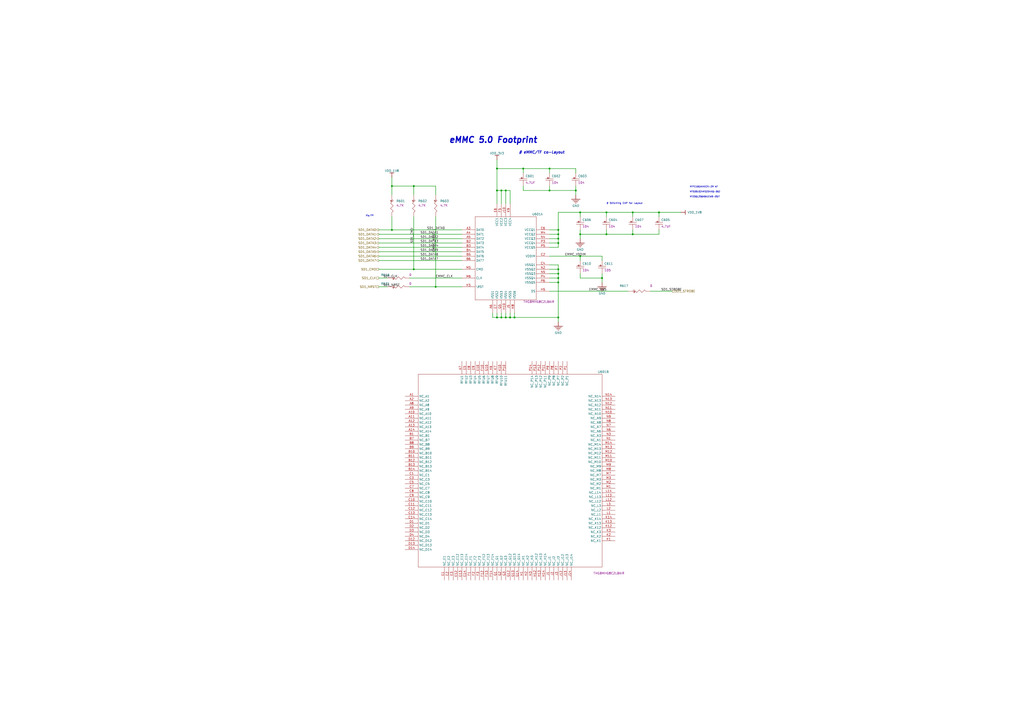
<source format=kicad_sch>
(kicad_sch (version 20231120) (generator "eeschema") (generator_version "8.0")
  (paper "A2")
  (title_block (title "Librem 5 Mainboard") (date "2024-03-21") (rev "v1.0.6") (company "Purism SPC") (comment 1 "GNU GPLv3+") (comment 2 "Copyright"))
  (lib_symbols
    (symbol "C-09_EMMC:GND" (power)
      (property "Reference" "#PWR" (at 0 0 0))
      (property "Value" "GND" (at 0 6.35 0))
      (symbol "GND_0_0"
        (polyline (pts (xy -2.54 -2.54) (xy 2.54 -2.54)) (stroke (width 0.254)))
        (polyline (pts (xy -1.778 -3.302) (xy 1.778 -3.302)) (stroke (width 0.254)))
        (polyline (pts (xy -1.016 -4.064) (xy 1.016 -4.064)) (stroke (width 0.254)))
        (polyline (pts (xy -0.254 -4.826) (xy 0.254 -4.826)) (stroke (width 0.254)))
        (polyline (pts (xy 0 0) (xy 0 -2.54)) (stroke (width 0.254)))
        (pin power_in line (at 0 0 0) (length 0) hide (name "GND") (number ""))
      )
    )
    (symbol "C-09_EMMC:VDD_1V8" (power)
      (property "Reference" "#PWR" (at 0 0 0))
      (property "Value" "VDD_1V8" (at 0 3.81 0))
      (symbol "VDD_1V8_0_0"
        (polyline (pts (xy -1.27 -2.54) (xy 1.27 -2.54)) (stroke (width 0.254)))
        (polyline (pts (xy 0 0) (xy 0 -2.54)) (stroke (width 0.254)))
        (pin power_in line (at 0 0 0) (length 0) hide (name "VDD_1V8") (number ""))
      )
    )
    (symbol "C-09_EMMC:VDD_3V3" (power)
      (property "Reference" "#PWR" (at 0 0 0))
      (property "Value" "VDD_3V3" (at 0 3.81 0))
      (symbol "VDD_3V3_0_0"
        (polyline (pts (xy -1.27 -2.54) (xy 1.27 -2.54)) (stroke (width 0.254)))
        (polyline (pts (xy 0 0) (xy 0 -2.54)) (stroke (width 0.254)))
        (pin power_in line (at 0 0 0) (length 0) hide (name "VDD_3V3") (number ""))
      )
    )
    (symbol "C-09_EMMC:root_0_C0201"
      (symbol "root_0_C0201_1_0"
        (polyline (pts (xy 0.254 0.762) (xy 4.826 0.762)))
        (polyline (pts (xy 0.254 1.778) (xy 4.826 1.778)))
        (polyline (pts (xy 2.54 0) (xy 2.54 0.762)))
        (polyline (pts (xy 2.54 2.54) (xy 2.54 1.778)))
        (circle (center 1.626 2.134) (radius 0.356) (stroke (width 0.254)))
        (pin passive line (at 2.54 5.08 270) (length 2.54) (name "1") (number "1"))
        (pin passive line (at 2.54 -2.54 90) (length 2.54) (name "2") (number "2"))
      )
    )
    (symbol "C-09_EMMC:root_0_C0402"
      (symbol "root_0_C0402_1_0"
        (polyline (pts (xy 0.254 0.762) (xy 4.826 0.762)))
        (polyline (pts (xy 0.254 1.778) (xy 4.826 1.778)))
        (polyline (pts (xy 2.54 0) (xy 2.54 0.762)))
        (polyline (pts (xy 2.54 2.54) (xy 2.54 1.778)))
        (circle (center 1.626 2.134) (radius 0.356) (stroke (width 0.254)))
        (pin passive line (at 2.54 5.08 270) (length 2.54) (name "1") (number "1"))
        (pin passive line (at 2.54 -2.54 90) (length 2.54) (name "2") (number "2"))
      )
    )
    (symbol "C-09_EMMC:root_0_MTFC8GACAEAM_VFBGA_0"
      (symbol "root_0_MTFC8GACAEAM_VFBGA_0_1_0"
        (polyline (pts (xy 0 0) (xy 0 48.26)))
        (polyline (pts (xy 0 48.26) (xy 35.56 48.26)))
        (polyline (pts (xy 35.56 0) (xy 0 0)))
        (polyline (pts (xy 35.56 48.26) (xy 35.56 0)))
        (pin bidirectional line (at -7.62 40.64 0) (length 7.62) (name "DAT0") (number "A3"))
        (pin bidirectional line (at -7.62 38.1 0) (length 7.62) (name "DAT1") (number "A4"))
        (pin bidirectional line (at -7.62 35.56 0) (length 7.62) (name "DAT2") (number "A5"))
        (pin power_in line (at 10.16 -7.62 90) (length 7.62) (name "VSS1") (number "A6"))
        (pin bidirectional line (at -7.62 33.02 0) (length 7.62) (name "DAT3") (number "B2"))
        (pin bidirectional line (at -7.62 30.48 0) (length 7.62) (name "DAT4") (number "B3"))
        (pin bidirectional line (at -7.62 27.94 0) (length 7.62) (name "DAT5") (number "B4"))
        (pin bidirectional line (at -7.62 25.4 0) (length 7.62) (name "DAT6") (number "B5"))
        (pin bidirectional line (at -7.62 22.86 0) (length 7.62) (name "DAT7") (number "B6"))
        (pin power_in line (at 43.18 25.4 180) (length 7.62) (name "VDDIM") (number "C2"))
        (pin power_in line (at 43.18 20.32 180) (length 7.62) (name "VSSQ1") (number "C4"))
        (pin power_in line (at 43.18 40.64 180) (length 7.62) (name "VCCQ1") (number "C6"))
        (pin power_in line (at 12.7 55.88 270) (length 7.62) (name "VCC1") (number "E6"))
        (pin power_in line (at 12.7 -7.62 90) (length 7.62) (name "VSS2") (number "E7"))
        (pin power_in line (at 15.24 55.88 270) (length 7.62) (name "VCC2") (number "F5"))
        (pin power_in line (at 15.24 -7.62 90) (length 7.62) (name "VSS3") (number "G5"))
        (pin power_in line (at 17.78 -7.62 90) (length 7.62) (name "VSS4") (number "H10"))
        (pin passive line (at 43.18 5.08 180) (length 7.62) (name "DS") (number "H5"))
        (pin power_in line (at 17.78 55.88 270) (length 7.62) (name "VCC3") (number "J10"))
        (pin power_in line (at 20.32 -7.62 90) (length 7.62) (name "VSS5") (number "J5"))
        (pin passive line (at -7.62 7.62 0) (length 7.62) (name "\\RST") (number "K5"))
        (pin power_in line (at 22.86 -7.62 90) (length 7.62) (name "VSS6") (number "K8"))
        (pin power_in line (at 20.32 55.88 270) (length 7.62) (name "VCC4") (number "K9"))
        (pin power_in line (at 43.18 38.1 180) (length 7.62) (name "VCCQ2") (number "M4"))
        (pin bidirectional line (at -7.62 17.78 0) (length 7.62) (name "CMD") (number "M5"))
        (pin passive line (at -7.62 12.7 0) (length 7.62) (name "CLK") (number "M6"))
        (pin power_in line (at 43.18 17.78 180) (length 7.62) (name "VSSQ2") (number "N2"))
        (pin power_in line (at 43.18 35.56 180) (length 7.62) (name "VCCQ3") (number "N4"))
        (pin power_in line (at 43.18 15.24 180) (length 7.62) (name "VSSQ3") (number "N5"))
        (pin power_in line (at 43.18 33.02 180) (length 7.62) (name "VCCQ4") (number "P3"))
        (pin power_in line (at 43.18 12.7 180) (length 7.62) (name "VSSQ4") (number "P4"))
        (pin power_in line (at 43.18 30.48 180) (length 7.62) (name "VCCQ5") (number "P5"))
        (pin power_in line (at 43.18 10.16 180) (length 7.62) (name "VSSQ5") (number "P6"))
      )
      (symbol "root_0_MTFC8GACAEAM_VFBGA_0_2_0"
        (polyline (pts (xy 0 0) (xy 0 111.76)))
        (polyline (pts (xy 0 111.76) (xy 106.68 111.76)))
        (polyline (pts (xy 106.68 0) (xy 0 0)))
        (polyline (pts (xy 106.68 111.76) (xy 106.68 0)))
        (pin passive line (at -7.62 99.06 0) (length 7.62) (name "NC_A1") (number "A1"))
        (pin passive line (at -7.62 88.9 0) (length 7.62) (name "NC_A10") (number "A10"))
        (pin passive line (at -7.62 86.36 0) (length 7.62) (name "NC_A11") (number "A11"))
        (pin passive line (at -7.62 83.82 0) (length 7.62) (name "NC_A12") (number "A12"))
        (pin passive line (at -7.62 81.28 0) (length 7.62) (name "NC_A13") (number "A13"))
        (pin passive line (at -7.62 78.74 0) (length 7.62) (name "NC_A14") (number "A14"))
        (pin passive line (at -7.62 96.52 0) (length 7.62) (name "NC_A2") (number "A2"))
        (pin passive line (at 25.4 119.38 270) (length 7.62) (name "RFU1") (number "A7"))
        (pin passive line (at -7.62 93.98 0) (length 7.62) (name "NC_A8") (number "A8"))
        (pin passive line (at -7.62 91.44 0) (length 7.62) (name "NC_A9") (number "A9"))
        (pin passive line (at -7.62 76.2 0) (length 7.62) (name "NC_B1") (number "B1"))
        (pin passive line (at -7.62 66.04 0) (length 7.62) (name "NC_B10") (number "B10"))
        (pin passive line (at -7.62 63.5 0) (length 7.62) (name "NC_B11") (number "B11"))
        (pin passive line (at -7.62 60.96 0) (length 7.62) (name "NC_B12") (number "B12"))
        (pin passive line (at -7.62 58.42 0) (length 7.62) (name "NC_B13") (number "B13"))
        (pin passive line (at -7.62 55.88 0) (length 7.62) (name "NC_B14") (number "B14"))
        (pin passive line (at -7.62 73.66 0) (length 7.62) (name "NC_B7") (number "B7"))
        (pin passive line (at -7.62 71.12 0) (length 7.62) (name "NC_B8") (number "B8"))
        (pin passive line (at -7.62 68.58 0) (length 7.62) (name "NC_B9") (number "B9"))
        (pin passive line (at -7.62 53.34 0) (length 7.62) (name "NC_C1") (number "C1"))
        (pin passive line (at -7.62 38.1 0) (length 7.62) (name "NC_C10") (number "C10"))
        (pin passive line (at -7.62 35.56 0) (length 7.62) (name "NC_C11") (number "C11"))
        (pin passive line (at -7.62 33.02 0) (length 7.62) (name "NC_C12") (number "C12"))
        (pin passive line (at -7.62 30.48 0) (length 7.62) (name "NC_C13") (number "C13"))
        (pin passive line (at -7.62 27.94 0) (length 7.62) (name "NC_C14") (number "C14"))
        (pin passive line (at -7.62 50.8 0) (length 7.62) (name "NC_C3") (number "C3"))
        (pin passive line (at -7.62 48.26 0) (length 7.62) (name "NC_C5") (number "C5"))
        (pin passive line (at -7.62 45.72 0) (length 7.62) (name "NC_C7") (number "C7"))
        (pin passive line (at -7.62 43.18 0) (length 7.62) (name "NC_C8") (number "C8"))
        (pin passive line (at -7.62 40.64 0) (length 7.62) (name "NC_C9") (number "C9"))
        (pin passive line (at -7.62 25.4 0) (length 7.62) (name "NC_D1") (number "D1"))
        (pin passive line (at -7.62 15.24 0) (length 7.62) (name "NC_D12") (number "D12"))
        (pin passive line (at -7.62 12.7 0) (length 7.62) (name "NC_D13") (number "D13"))
        (pin passive line (at -7.62 10.16 0) (length 7.62) (name "NC_D14") (number "D14"))
        (pin passive line (at -7.62 22.86 0) (length 7.62) (name "NC_D2") (number "D2"))
        (pin passive line (at -7.62 20.32 0) (length 7.62) (name "NC_D3") (number "D3"))
        (pin passive line (at -7.62 17.78 0) (length 7.62) (name "NC_D4") (number "D4"))
        (pin passive line (at 15.24 -7.62 90) (length 7.62) (name "NC_E1") (number "E1"))
        (pin passive line (at 35.56 119.38 270) (length 7.62) (name "RFU5") (number "E10"))
        (pin passive line (at 22.86 -7.62 90) (length 7.62) (name "NC_E12") (number "E12"))
        (pin passive line (at 25.4 -7.62 90) (length 7.62) (name "NC_E13") (number "E13"))
        (pin passive line (at 27.94 -7.62 90) (length 7.62) (name "NC_E14") (number "E14"))
        (pin passive line (at 17.78 -7.62 90) (length 7.62) (name "NC_E2") (number "E2"))
        (pin passive line (at 20.32 -7.62 90) (length 7.62) (name "NC_E3") (number "E3"))
        (pin passive line (at 27.94 119.38 270) (length 7.62) (name "RFU2") (number "E5"))
        (pin passive line (at 30.48 119.38 270) (length 7.62) (name "RFU3") (number "E8"))
        (pin passive line (at 33.02 119.38 270) (length 7.62) (name "RFU4") (number "E9"))
        (pin passive line (at 30.48 -7.62 90) (length 7.62) (name "NC_F1") (number "F1"))
        (pin passive line (at 38.1 119.38 270) (length 7.62) (name "RFU6") (number "F10"))
        (pin passive line (at 38.1 -7.62 90) (length 7.62) (name "NC_F12") (number "F12"))
        (pin passive line (at 40.64 -7.62 90) (length 7.62) (name "NC_F13") (number "F13"))
        (pin passive line (at 43.18 -7.62 90) (length 7.62) (name "NC_F14") (number "F14"))
        (pin passive line (at 33.02 -7.62 90) (length 7.62) (name "NC_F2") (number "F2"))
        (pin passive line (at 35.56 -7.62 90) (length 7.62) (name "NC_F3") (number "F3"))
        (pin passive line (at 45.72 -7.62 90) (length 7.62) (name "NC_G1") (number "G1"))
        (pin passive line (at 40.64 119.38 270) (length 7.62) (name "RFU7") (number "G10"))
        (pin passive line (at 53.34 -7.62 90) (length 7.62) (name "NC_G12") (number "G12"))
        (pin passive line (at 55.88 -7.62 90) (length 7.62) (name "NC_G13") (number "G13"))
        (pin passive line (at 58.42 -7.62 90) (length 7.62) (name "NC_G14") (number "G14"))
        (pin passive line (at 48.26 -7.62 90) (length 7.62) (name "NC_G2") (number "G2"))
        (pin passive line (at 50.8 -7.62 90) (length 7.62) (name "NC_G3") (number "G3"))
        (pin passive line (at 60.96 -7.62 90) (length 7.62) (name "NC_H1") (number "H1"))
        (pin passive line (at 68.58 -7.62 90) (length 7.62) (name "NC_H12") (number "H12"))
        (pin passive line (at 71.12 -7.62 90) (length 7.62) (name "NC_H13") (number "H13"))
        (pin passive line (at 73.66 -7.62 90) (length 7.62) (name "NC_H14") (number "H14"))
        (pin passive line (at 63.5 -7.62 90) (length 7.62) (name "NC_H2") (number "H2"))
        (pin passive line (at 66.04 -7.62 90) (length 7.62) (name "NC_H3") (number "H3"))
        (pin passive line (at 76.2 -7.62 90) (length 7.62) (name "NC_J1") (number "J1"))
        (pin passive line (at 83.82 -7.62 90) (length 7.62) (name "NC_J12") (number "J12"))
        (pin passive line (at 86.36 -7.62 90) (length 7.62) (name "NC_J13") (number "J13"))
        (pin passive line (at 88.9 -7.62 90) (length 7.62) (name "NC_J14") (number "J14"))
        (pin passive line (at 78.74 -7.62 90) (length 7.62) (name "NC_J2") (number "J2"))
        (pin passive line (at 81.28 -7.62 90) (length 7.62) (name "NC_J3") (number "J3"))
        (pin passive line (at 114.3 15.24 180) (length 7.62) (name "NC_K1") (number "K1"))
        (pin passive line (at 48.26 119.38 270) (length 7.62) (name "RFU10") (number "K10"))
        (pin passive line (at 114.3 22.86 180) (length 7.62) (name "NC_K12") (number "K12"))
        (pin passive line (at 114.3 25.4 180) (length 7.62) (name "NC_K13") (number "K13"))
        (pin passive line (at 114.3 27.94 180) (length 7.62) (name "NC_K14") (number "K14"))
        (pin passive line (at 114.3 17.78 180) (length 7.62) (name "NC_K2") (number "K2"))
        (pin passive line (at 114.3 20.32 180) (length 7.62) (name "NC_K3") (number "K3"))
        (pin passive line (at 43.18 119.38 270) (length 7.62) (name "RFU8") (number "K6"))
        (pin passive line (at 45.72 119.38 270) (length 7.62) (name "RFU9") (number "K7"))
        (pin passive line (at 114.3 30.48 180) (length 7.62) (name "NC_L1") (number "L1"))
        (pin passive line (at 114.3 38.1 180) (length 7.62) (name "NC_L12") (number "L12"))
        (pin passive line (at 114.3 40.64 180) (length 7.62) (name "NC_L13") (number "L13"))
        (pin passive line (at 114.3 43.18 180) (length 7.62) (name "NC_L14") (number "L14"))
        (pin passive line (at 114.3 33.02 180) (length 7.62) (name "NC_L2") (number "L2"))
        (pin passive line (at 114.3 35.56 180) (length 7.62) (name "NC_L3") (number "L3"))
        (pin passive line (at 114.3 45.72 180) (length 7.62) (name "NC_M1") (number "M1"))
        (pin passive line (at 114.3 60.96 180) (length 7.62) (name "NC_M10") (number "M10"))
        (pin passive line (at 114.3 63.5 180) (length 7.62) (name "NC_M11") (number "M11"))
        (pin passive line (at 114.3 66.04 180) (length 7.62) (name "NC_M12") (number "M12"))
        (pin passive line (at 114.3 68.58 180) (length 7.62) (name "NC_M13") (number "M13"))
        (pin passive line (at 114.3 71.12 180) (length 7.62) (name "NC_M14") (number "M14"))
        (pin passive line (at 114.3 48.26 180) (length 7.62) (name "NC_M2") (number "M2"))
        (pin passive line (at 114.3 50.8 180) (length 7.62) (name "NC_M3") (number "M3"))
        (pin passive line (at 114.3 53.34 180) (length 7.62) (name "NC_M7") (number "M7"))
        (pin passive line (at 114.3 55.88 180) (length 7.62) (name "NC_M8") (number "M8"))
        (pin passive line (at 114.3 58.42 180) (length 7.62) (name "NC_M9") (number "M9"))
        (pin passive line (at 114.3 73.66 180) (length 7.62) (name "NC_N1") (number "N1"))
        (pin passive line (at 114.3 88.9 180) (length 7.62) (name "NC_N10") (number "N10"))
        (pin passive line (at 114.3 91.44 180) (length 7.62) (name "NC_N11") (number "N11"))
        (pin passive line (at 114.3 93.98 180) (length 7.62) (name "NC_N12") (number "N12"))
        (pin passive line (at 114.3 96.52 180) (length 7.62) (name "NC_N13") (number "N13"))
        (pin passive line (at 114.3 99.06 180) (length 7.62) (name "NC_N14") (number "N14"))
        (pin passive line (at 114.3 76.2 180) (length 7.62) (name "NC_N3") (number "N3"))
        (pin passive line (at 114.3 78.74 180) (length 7.62) (name "NC_N6") (number "N6"))
        (pin passive line (at 114.3 81.28 180) (length 7.62) (name "NC_N7") (number "N7"))
        (pin passive line (at 114.3 83.82 180) (length 7.62) (name "NC_N8") (number "N8"))
        (pin passive line (at 114.3 86.36 180) (length 7.62) (name "NC_N9") (number "N9"))
        (pin passive line (at 86.36 119.38 270) (length 7.62) (name "NC_P1") (number "P1"))
        (pin passive line (at 50.8 119.38 270) (length 7.62) (name "RFU11") (number "P10"))
        (pin passive line (at 73.66 119.38 270) (length 7.62) (name "NC_P11") (number "P11"))
        (pin passive line (at 71.12 119.38 270) (length 7.62) (name "NC_P12") (number "P12"))
        (pin passive line (at 68.58 119.38 270) (length 7.62) (name "NC_P13") (number "P13"))
        (pin passive line (at 66.04 119.38 270) (length 7.62) (name "NC_P14") (number "P14"))
        (pin passive line (at 83.82 119.38 270) (length 7.62) (name "NC_P2") (number "P2"))
        (pin passive line (at 81.28 119.38 270) (length 7.62) (name "NC_P7") (number "P7"))
        (pin passive line (at 78.74 119.38 270) (length 7.62) (name "NC_P8") (number "P8"))
        (pin passive line (at 76.2 119.38 270) (length 7.62) (name "NC_P9") (number "P9"))
      )
    )
    (symbol "C-09_EMMC:root_0_RES_2"
      (symbol "root_0_RES_2_1_0"
        (polyline (pts (xy 1.778 2.286) (xy 3.302 0.762)))
        (polyline (pts (xy 1.778 5.334) (xy 3.302 3.81)))
        (polyline (pts (xy 2.54 7.62) (xy 3.302 6.858)))
        (polyline (pts (xy 3.302 0.762) (xy 2.54 0)))
        (polyline (pts (xy 3.302 3.81) (xy 1.778 2.286)))
        (polyline (pts (xy 3.302 6.858) (xy 1.778 5.334)))
        (circle (center 2.134 6.706) (radius 0.356) (stroke (width 0.254)))
        (pin passive line (at 2.54 10.16 270) (length 2.54) (name "1") (number "1"))
        (pin passive line (at 2.54 -2.54 90) (length 2.54) (name "2") (number "2"))
      )
    )
    (symbol "C-09_EMMC:root_1_RES_2"
      (symbol "root_1_RES_2_1_0"
        (circle (center -6.706 2.134) (radius 0.356) (stroke (width 0.254)))
        (polyline (pts (xy -7.62 2.54) (xy -6.858 3.302)))
        (polyline (pts (xy -6.858 3.302) (xy -5.334 1.778)))
        (polyline (pts (xy -5.334 1.778) (xy -3.81 3.302)))
        (polyline (pts (xy -3.81 3.302) (xy -2.286 1.778)))
        (polyline (pts (xy -2.286 1.778) (xy -0.762 3.302)))
        (polyline (pts (xy -0.762 3.302) (xy 0 2.54)))
        (pin passive line (at -10.16 2.54 0) (length 2.54) (name "1") (number "1"))
        (pin passive line (at 2.54 2.54 180) (length 2.54) (name "2") (number "2"))
      )
    )
  )
  (junction (at 240.03 107.95))
  (junction (at 298.45 184.15))
  (junction (at 351.79 123.19))
  (junction (at 349.25 161.29))
  (junction (at 227.33 107.95))
  (junction (at 252.73 166.37))
  (junction (at 336.55 135.89))
  (junction (at 367.03 135.89))
  (junction (at 323.85 140.97))
  (junction (at 293.37 184.15))
  (junction (at 290.83 184.15))
  (junction (at 290.83 110.49))
  (junction (at 382.27 123.19))
  (junction (at 336.55 123.19))
  (junction (at 240.03 156.21))
  (junction (at 318.77 110.49))
  (junction (at 323.85 163.83))
  (junction (at 334.01 110.49))
  (junction (at 318.77 97.79))
  (junction (at 323.85 158.75))
  (junction (at 288.29 97.79))
  (junction (at 227.33 133.35))
  (junction (at 295.91 184.15))
  (junction (at 336.55 148.59))
  (junction (at 323.85 156.21))
  (junction (at 323.85 135.89))
  (junction (at 323.85 138.43))
  (junction (at 303.53 97.79))
  (junction (at 288.29 184.15))
  (junction (at 323.85 184.15))
  (junction (at 288.29 110.49))
  (junction (at 367.03 123.19))
  (junction (at 293.37 110.49))
  (junction (at 323.85 161.29))
  (junction (at 351.79 135.89))
  (junction (at 323.85 133.35))
  (wire (pts (xy 351.79 123.19) (xy 336.55 123.19)) (stroke (width 0.254)))
  (wire (pts (xy 336.55 135.89) (xy 336.55 133.35)) (stroke (width 0.254)))
  (wire (pts (xy 240.03 107.95) (xy 240.03 113.03)) (stroke (width 0.254)))
  (wire (pts (xy 318.77 168.91) (xy 364.49 168.91)) (stroke (width 0.254)))
  (wire (pts (xy 334.01 113.03) (xy 334.01 110.49)) (stroke (width 0.254)))
  (wire (pts (xy 290.83 184.15) (xy 290.83 181.61)) (stroke (width 0.254)))
  (wire (pts (xy 295.91 184.15) (xy 295.91 181.61)) (stroke (width 0.254)))
  (wire (pts (xy 318.77 110.49) (xy 318.77 107.95)) (stroke (width 0.254)))
  (wire (pts (xy 377.19 168.91) (xy 389.89 168.91)) (stroke (width 0.254)))
  (wire (pts (xy 382.27 135.89) (xy 382.27 133.35)) (stroke (width 0.254)))
  (wire (pts (xy 293.37 184.15) (xy 293.37 181.61)) (stroke (width 0.254)))
  (wire (pts (xy 267.97 148.59) (xy 219.71 148.59)) (stroke (width 0.254)))
  (wire (pts (xy 349.25 161.29) (xy 336.55 161.29)) (stroke (width 0.254)))
  (wire (pts (xy 288.29 184.15) (xy 290.83 184.15)) (stroke (width 0.254)))
  (wire (pts (xy 288.29 110.49) (xy 288.29 118.11)) (stroke (width 0.254)))
  (wire (pts (xy 323.85 158.75) (xy 323.85 156.21)) (stroke (width 0.254)))
  (wire (pts (xy 382.27 123.19) (xy 382.27 125.73)) (stroke (width 0.254)))
  (wire (pts (xy 288.29 181.61) (xy 288.29 184.15)) (stroke (width 0.254)))
  (wire (pts (xy 367.03 135.89) (xy 382.27 135.89)) (stroke (width 0.254)))
  (wire (pts (xy 336.55 148.59) (xy 349.25 148.59)) (stroke (width 0.254)))
  (wire (pts (xy 349.25 148.59) (xy 349.25 151.13)) (stroke (width 0.254)))
  (wire (pts (xy 394.97 123.19) (xy 382.27 123.19)) (stroke (width 0.254)))
  (wire (pts (xy 323.85 158.75) (xy 318.77 158.75)) (stroke (width 0.254)))
  (wire (pts (xy 303.53 100.33) (xy 303.53 97.79)) (stroke (width 0.254)))
  (wire (pts (xy 303.53 97.79) (xy 288.29 97.79)) (stroke (width 0.254)))
  (wire (pts (xy 267.97 151.13) (xy 219.71 151.13)) (stroke (width 0.254)))
  (wire (pts (xy 224.79 161.29) (xy 219.71 161.29)) (stroke (width 0.254)))
  (wire (pts (xy 290.83 110.49) (xy 290.83 118.11)) (stroke (width 0.254)))
  (wire (pts (xy 298.45 184.15) (xy 323.85 184.15)) (stroke (width 0.254)))
  (wire (pts (xy 323.85 184.15) (xy 323.85 186.69)) (stroke (width 0.254)))
  (wire (pts (xy 336.55 123.19) (xy 336.55 125.73)) (stroke (width 0.254)))
  (wire (pts (xy 323.85 161.29) (xy 323.85 158.75)) (stroke (width 0.254)))
  (wire (pts (xy 323.85 161.29) (xy 318.77 161.29)) (stroke (width 0.254)))
  (wire (pts (xy 323.85 135.89) (xy 318.77 135.89)) (stroke (width 0.254)))
  (wire (pts (xy 267.97 161.29) (xy 237.49 161.29)) (stroke (width 0.254)))
  (wire (pts (xy 240.03 107.95) (xy 252.73 107.95)) (stroke (width 0.254)))
  (wire (pts (xy 318.77 110.49) (xy 303.53 110.49)) (stroke (width 0.254)))
  (wire (pts (xy 227.33 113.03) (xy 227.33 107.95)) (stroke (width 0.254)))
  (wire (pts (xy 367.03 123.19) (xy 351.79 123.19)) (stroke (width 0.254)))
  (wire (pts (xy 267.97 138.43) (xy 219.71 138.43)) (stroke (width 0.254)))
  (wire (pts (xy 336.55 123.19) (xy 323.85 123.19)) (stroke (width 0.254)))
  (wire (pts (xy 367.03 123.19) (xy 367.03 125.73)) (stroke (width 0.254)))
  (wire (pts (xy 334.01 110.49) (xy 334.01 107.95)) (stroke (width 0.254)))
  (wire (pts (xy 323.85 133.35) (xy 318.77 133.35)) (stroke (width 0.254)))
  (wire (pts (xy 323.85 163.83) (xy 318.77 163.83)) (stroke (width 0.254)))
  (wire (pts (xy 227.33 133.35) (xy 267.97 133.35)) (stroke (width 0.254)))
  (wire (pts (xy 318.77 97.79) (xy 334.01 97.79)) (stroke (width 0.254)))
  (wire (pts (xy 227.33 133.35) (xy 219.71 133.35)) (stroke (width 0.254)))
  (wire (pts (xy 323.85 138.43) (xy 318.77 138.43)) (stroke (width 0.254)))
  (wire (pts (xy 293.37 110.49) (xy 295.91 110.49)) (stroke (width 0.254)))
  (wire (pts (xy 267.97 135.89) (xy 219.71 135.89)) (stroke (width 0.254)))
  (wire (pts (xy 367.03 135.89) (xy 367.03 133.35)) (stroke (width 0.254)))
  (wire (pts (xy 318.77 97.79) (xy 318.77 100.33)) (stroke (width 0.254)))
  (wire (pts (xy 267.97 140.97) (xy 219.71 140.97)) (stroke (width 0.254)))
  (wire (pts (xy 288.29 110.49) (xy 290.83 110.49)) (stroke (width 0.254)))
  (wire (pts (xy 267.97 143.51) (xy 219.71 143.51)) (stroke (width 0.254)))
  (wire (pts (xy 240.03 156.21) (xy 267.97 156.21)) (stroke (width 0.254)))
  (wire (pts (xy 323.85 143.51) (xy 318.77 143.51)) (stroke (width 0.254)))
  (wire (pts (xy 295.91 110.49) (xy 295.91 118.11)) (stroke (width 0.254)))
  (wire (pts (xy 336.55 148.59) (xy 318.77 148.59)) (stroke (width 0.254)))
  (wire (pts (xy 288.29 97.79) (xy 288.29 92.71)) (stroke (width 0.254)))
  (wire (pts (xy 334.01 110.49) (xy 318.77 110.49)) (stroke (width 0.254)))
  (wire (pts (xy 323.85 156.21) (xy 323.85 153.67)) (stroke (width 0.254)))
  (wire (pts (xy 285.75 184.15) (xy 285.75 181.61)) (stroke (width 0.254)))
  (wire (pts (xy 323.85 156.21) (xy 318.77 156.21)) (stroke (width 0.254)))
  (wire (pts (xy 382.27 123.19) (xy 367.03 123.19)) (stroke (width 0.254)))
  (wire (pts (xy 293.37 110.49) (xy 293.37 118.11)) (stroke (width 0.254)))
  (wire (pts (xy 224.79 166.37) (xy 219.71 166.37)) (stroke (width 0.254)))
  (wire (pts (xy 240.03 125.73) (xy 240.03 156.21)) (stroke (width 0.254)))
  (wire (pts (xy 298.45 184.15) (xy 298.45 181.61)) (stroke (width 0.254)))
  (wire (pts (xy 323.85 133.35) (xy 323.85 135.89)) (stroke (width 0.254)))
  (wire (pts (xy 351.79 123.19) (xy 351.79 125.73)) (stroke (width 0.254)))
  (wire (pts (xy 323.85 140.97) (xy 318.77 140.97)) (stroke (width 0.254)))
  (wire (pts (xy 240.03 156.21) (xy 219.71 156.21)) (stroke (width 0.254)))
  (wire (pts (xy 323.85 140.97) (xy 323.85 143.51)) (stroke (width 0.254)))
  (wire (pts (xy 351.79 135.89) (xy 367.03 135.89)) (stroke (width 0.254)))
  (wire (pts (xy 252.73 166.37) (xy 252.73 125.73)) (stroke (width 0.254)))
  (wire (pts (xy 288.29 97.79) (xy 288.29 110.49)) (stroke (width 0.254)))
  (wire (pts (xy 293.37 184.15) (xy 295.91 184.15)) (stroke (width 0.254)))
  (wire (pts (xy 290.83 184.15) (xy 293.37 184.15)) (stroke (width 0.254)))
  (wire (pts (xy 267.97 146.05) (xy 219.71 146.05)) (stroke (width 0.254)))
  (wire (pts (xy 295.91 184.15) (xy 298.45 184.15)) (stroke (width 0.254)))
  (wire (pts (xy 227.33 125.73) (xy 227.33 133.35)) (stroke (width 0.254)))
  (wire (pts (xy 303.53 110.49) (xy 303.53 107.95)) (stroke (width 0.254)))
  (wire (pts (xy 351.79 135.89) (xy 351.79 133.35)) (stroke (width 0.254)))
  (wire (pts (xy 336.55 138.43) (xy 336.55 135.89)) (stroke (width 0.254)))
  (wire (pts (xy 288.29 184.15) (xy 285.75 184.15)) (stroke (width 0.254)))
  (wire (pts (xy 323.85 184.15) (xy 323.85 163.83)) (stroke (width 0.254)))
  (wire (pts (xy 227.33 107.95) (xy 227.33 102.87)) (stroke (width 0.254)))
  (wire (pts (xy 323.85 153.67) (xy 318.77 153.67)) (stroke (width 0.254)))
  (wire (pts (xy 349.25 163.83) (xy 349.25 161.29)) (stroke (width 0.254)))
  (wire (pts (xy 323.85 163.83) (xy 323.85 161.29)) (stroke (width 0.254)))
  (wire (pts (xy 323.85 138.43) (xy 323.85 140.97)) (stroke (width 0.254)))
  (wire (pts (xy 336.55 135.89) (xy 351.79 135.89)) (stroke (width 0.254)))
  (wire (pts (xy 349.25 161.29) (xy 349.25 158.75)) (stroke (width 0.254)))
  (wire (pts (xy 252.73 107.95) (xy 252.73 113.03)) (stroke (width 0.254)))
  (wire (pts (xy 336.55 161.29) (xy 336.55 158.75)) (stroke (width 0.254)))
  (wire (pts (xy 323.85 135.89) (xy 323.85 138.43)) (stroke (width 0.254)))
  (wire (pts (xy 303.53 97.79) (xy 318.77 97.79)) (stroke (width 0.254)))
  (wire (pts (xy 252.73 166.37) (xy 237.49 166.37)) (stroke (width 0.254)))
  (wire (pts (xy 227.33 107.95) (xy 240.03 107.95)) (stroke (width 0.254)))
  (wire (pts (xy 267.97 166.37) (xy 252.73 166.37)) (stroke (width 0.254)))
  (wire (pts (xy 290.83 110.49) (xy 293.37 110.49)) (stroke (width 0.254)))
  (wire (pts (xy 323.85 123.19) (xy 323.85 133.35)) (stroke (width 0.254)))
  (wire (pts (xy 334.01 97.79) (xy 334.01 100.33)) (stroke (width 0.254)))
  (wire (pts (xy 336.55 151.13) (xy 336.55 148.59)) (stroke (width 0.254)))
  (text "# eMMC/TF co-Layout" (at 300.99 89.408 0) (effects (font (size 1.524 1.524) (bold yes) (italic yes)) (justify left bottom)))
  (text "MT53B1024M32D4NQ-062" (at 400.05 111.862 0) (effects (font (size 0.889 0.889)) (justify left bottom)))
  (text "eMMC 5.0 Footprint" (at 260.35 83.312 0) (effects (font (size 3.429 3.429) (bold yes) (italic yes)) (justify left bottom)))
  (text "# Stitching CAP for Layout" (at 351.79 118.618 0) (effects (font (size 1.016 1.016)) (justify left bottom)))
  (text "MT25QL256ABA1EW9-0SIT" (at 400.05 114.757 0) (effects (font (size 0.889 0.889)) (justify left bottom)))
  (text "Via/TP" (at 212.09 125.73 0) (effects (font (size 0.889 0.889)) (justify left bottom)))
  (text "MTFC16GAKAECN-2M WT" (at 400.05 108.966 0) (effects (font (size 0.889 0.889)) (justify left bottom)))
  (label "SD1_DATA3" (at 243.84 140.97 0))
  (label "SD1_CMD" (at 240.03 140.97 90))
  (label "SD1_DATA1" (at 243.84 135.89 0))
  (label "SD1_NRST" (at 222.25 166.37 0))
  (label "SD1_DATA4" (at 243.84 143.51 0))
  (label "SD1_STROBE" (at 383.54 168.91 0))
  (label "SD1_CLK" (at 222.25 161.29 0))
  (label "SD1_DATA6" (at 243.84 148.59 0))
  (label "SD1_DATA5" (at 243.84 146.05 0))
  (label "EMMC_CLK" (at 252.73 161.29 0))
  (label "SD1_DATA2" (at 243.84 138.43 0))
  (label "SD1_DATA0" (at 247.65 133.35 0))
  (label "EMMC_DQS" (at 341.63 168.91 0))
  (label "SD1_DATA7" (at 243.84 151.13 0))
  (label "EMMC_VDDIM" (at 327.66 148.59 0))
  (label "EMMC_NRST" (at 252.73 146.05 90))
  (hierarchical_label "SD1_CMD" (shape passive) (at 219.71 156.21 180))
  (hierarchical_label "SD1_DATA6" (shape output) (at 219.71 148.59 180))
  (hierarchical_label "SD1_DATA1" (shape output) (at 219.71 135.89 180))
  (hierarchical_label "SD1_DATA5" (shape output) (at 219.71 146.05 180))
  (hierarchical_label "SD1_STROBE" (shape passive) (at 389.89 168.91 0))
  (hierarchical_label "SD1_NRST" (shape passive) (at 219.71 166.37 180))
  (hierarchical_label "SD1_DATA3" (shape output) (at 219.71 140.97 180))
  (hierarchical_label "SD1_DATA4" (shape output) (at 219.71 143.51 180))
  (hierarchical_label "SD1_DATA7" (shape output) (at 219.71 151.13 180))
  (hierarchical_label "SD1_DATA2" (shape output) (at 219.71 138.43 180))
  (hierarchical_label "SD1_DATA0" (shape output) (at 219.71 133.35 180))
  (hierarchical_label "SD1_CLK" (shape passive) (at 219.71 161.29 180))
  (symbol (lib_id "C-09_EMMC:GND") (at 323.85 186.69 0) (unit 1)
    (property "Reference" "#PWR?" (effects (hide yes)))
    (property "Value" "GND" (at 323.85 193.04 0))
  )
  (symbol (lib_id "C-09_EMMC:GND") (at 336.55 138.43 0) (unit 1)
    (property "Reference" "#PWR?" (effects (hide yes)))
    (property "Value" "GND" (at 336.55 144.78 0))
  )
  (symbol (lib_id "C-09_EMMC:VDD_3V3") (at 288.29 92.71 180) (unit 1)
    (property "Reference" "#PWR?" (effects (hide yes)))
    (property "Value" "VDD_3V3" (at 288.29 88.9 0))
  )
  (symbol (lib_id "C-09_EMMC:root_0_MTFC8GACAEAM_VFBGA_0") (at 242.57 328.93 0) (unit 2)
    (property "Reference" "U601" (at 346.71 216.408 0) (effects (justify left bottom)))
    (property "Value" "MTFC8GACAEAM_VFBGA_0" (effects (hide yes)))
    (property "Footprint" "FBGA153_0P5_11P5X13" (effects (hide yes)))
    (property "PCB DECAL" "FBGA153_0P5_11P5X13" (effects (hide yes)))
    (property "DESCRIPTION" "IC MEM NAND FLASH 32GB MMC 5.1  THGBMHG8C2LBAIR  FBGA153" (effects (hide yes)))
    (property "MFG_NAME" "TOSHIBA" (effects (hide yes)))
    (property "VALUE" "THGBMHG8C2LBAIR" (at 344.17 333.248 0) (effects (justify left bottom)))
    (property "GEOMETRY.HEIGHT" "0.8MM" (effects (hide yes)))
    (property "PCB FOOTPRINT" "FBGA153" (effects (hide yes)))
  )
  (symbol (lib_id "C-09_EMMC:root_0_RES_2") (at 250.19 123.19 0) (unit 1)
    (property "Reference" "R603" (at 255.27 117.348 0) (effects (justify left bottom)))
    (property "Value" "RES_2" (effects (hide yes)))
    (property "Footprint" "RES-0201" (effects (hide yes)))
    (property "PCB DECAL" "RES-0201" (effects (hide yes)))
    (property "DESCRIPTION" "Resistor Chip 0201 4.7K Ohm 1/16W 1% RALEC" (effects (hide yes)))
    (property "VALUE" "4.7K" (at 255.27 119.888 0) (effects (justify left bottom)))
    (property "GEOMETRY.HEIGHT" "0.3MM" (effects (hide yes)))
    (property "PCB FOOTPRINT" "201" (effects (hide yes)))
  )
  (symbol (lib_id "C-09_EMMC:root_0_C0201") (at 334.01 130.81 0) (unit 1)
    (property "Reference" "C606" (at 337.82 128.27 0) (effects (justify left bottom)))
    (property "Value" "C0201" (effects (hide yes)))
    (property "Footprint" "CAP-0201" (effects (hide yes)))
    (property "VOLTAGE" "6.3V" (effects (hide yes)))
    (property "DESCRIPTION" "CAP CER 0.1uF 6V3 20% X5R 0201" (effects (hide yes)))
    (property "PCB DECAL" "CAP-0201" (effects (hide yes)))
    (property "VALUE" "104" (at 337.82 132.08 0) (effects (justify left bottom)))
    (property "GEOMETRY.HEIGHT" "0.3MM" (effects (hide yes)))
    (property "PCB FOOTPRINT" "201" (effects (hide yes)))
  )
  (symbol (lib_id "C-09_EMMC:root_1_RES_2") (at 234.95 163.83 0) (unit 1)
    (property "Reference" "R616" (at 226.06 158.75 0) (effects (justify right top)))
    (property "Value" "RES_2" (effects (hide yes)))
    (property "Footprint" "RES-0201" (effects (hide yes)))
    (property "PCB DECAL" "RES-0201" (effects (hide yes)))
    (property "DESCRIPTION" "Resistor Chip 0201 0R Ohm 1/16W 1% RALEC" (effects (hide yes)))
    (property "VALUE" "0" (at 238.76 158.75 0) (effects (justify right top)))
    (property "GEOMETRY.HEIGHT" "0.3MM" (effects (hide yes)))
    (property "PCB FOOTPRINT" "201" (effects (hide yes)))
  )
  (symbol (lib_id "C-09_EMMC:root_0_RES_2") (at 224.79 123.19 0) (unit 1)
    (property "Reference" "R601" (at 229.87 117.348 0) (effects (justify left bottom)))
    (property "Value" "RES_2" (effects (hide yes)))
    (property "Footprint" "RES-0201" (effects (hide yes)))
    (property "PCB DECAL" "RES-0201" (effects (hide yes)))
    (property "DESCRIPTION" "Resistor Chip 0201 4.7K Ohm 1/16W 1% RALEC" (effects (hide yes)))
    (property "VALUE" "4.7K" (at 229.87 119.888 0) (effects (justify left bottom)))
    (property "GEOMETRY.HEIGHT" "0.3MM" (effects (hide yes)))
    (property "PCB FOOTPRINT" "201" (effects (hide yes)))
  )
  (symbol (lib_id "C-09_EMMC:root_0_C0402") (at 300.99 105.41 0) (unit 1)
    (property "Reference" "C601" (at 304.8 102.87 0) (effects (justify left bottom)))
    (property "Value" "C0402" (effects (hide yes)))
    (property "Footprint" "CAP-0402" (effects (hide yes)))
    (property "PCB DECAL" "CAP-0402" (effects (hide yes)))
    (property "DESCRIPTION" "CAP CER 4.7uF 6V3 20% X5R 0402" (effects (hide yes)))
    (property "VOLTAGE" "6.3V" (effects (hide yes)))
    (property "VALUE" "4.7UF" (at 304.8 106.68 0) (effects (justify left bottom)))
    (property "GEOMETRY.HEIGHT" "0.5MM" (effects (hide yes)))
    (property "PCB FOOTPRINT" "402" (effects (hide yes)))
  )
  (symbol (lib_id "C-09_EMMC:root_1_RES_2") (at 374.65 171.45 0) (unit 1)
    (property "Reference" "R617" (at 364.49 165.1 0) (effects (justify right top)))
    (property "Value" "RES_2" (effects (hide yes)))
    (property "Footprint" "RES-0201" (effects (hide yes)))
    (property "PCB DECAL" "RES-0201" (effects (hide yes)))
    (property "DESCRIPTION" "Resistor Chip 0201 0R Ohm 1/16W 1% RALEC" (effects (hide yes)))
    (property "VALUE" "0" (at 378.46 165.1 0) (effects (justify right top)))
    (property "GEOMETRY.HEIGHT" "0.3MM" (effects (hide yes)))
    (property "PCB FOOTPRINT" "201" (effects (hide yes)))
  )
  (symbol (lib_id "C-09_EMMC:GND") (at 334.01 113.03 0) (unit 1)
    (property "Reference" "#PWR?" (effects (hide yes)))
    (property "Value" "GND" (at 334.01 119.38 0))
  )
  (symbol (lib_id "C-09_EMMC:root_0_C0201") (at 364.49 130.81 0) (unit 1)
    (property "Reference" "C607" (at 368.3 128.27 0) (effects (justify left bottom)))
    (property "Value" "C0201" (effects (hide yes)))
    (property "Footprint" "CAP-0201" (effects (hide yes)))
    (property "VOLTAGE" "6.3V" (effects (hide yes)))
    (property "DESCRIPTION" "CAP CER 0.1uF 6V3 20% X5R 0201" (effects (hide yes)))
    (property "PCB DECAL" "CAP-0201" (effects (hide yes)))
    (property "VALUE" "104" (at 368.3 132.08 0) (effects (justify left bottom)))
    (property "GEOMETRY.HEIGHT" "0.3MM" (effects (hide yes)))
    (property "PCB FOOTPRINT" "201" (effects (hide yes)))
  )
  (symbol (lib_id "C-09_EMMC:root_0_C0201") (at 316.23 105.41 0) (unit 1)
    (property "Reference" "C602" (at 320.04 102.87 0) (effects (justify left bottom)))
    (property "Value" "C0201" (effects (hide yes)))
    (property "Footprint" "CAP-0201" (effects (hide yes)))
    (property "VOLTAGE" "6.3V" (effects (hide yes)))
    (property "DESCRIPTION" "CAP CER 0.1uF 6V3 20% X5R 0201" (effects (hide yes)))
    (property "PCB DECAL" "CAP-0201" (effects (hide yes)))
    (property "VALUE" "104" (at 320.04 106.68 0) (effects (justify left bottom)))
    (property "GEOMETRY.HEIGHT" "0.3MM" (effects (hide yes)))
    (property "PCB FOOTPRINT" "201" (effects (hide yes)))
  )
  (symbol (lib_id "C-09_EMMC:root_0_MTFC8GACAEAM_VFBGA_0") (at 275.59 173.99 0) (unit 1)
    (property "Reference" "U601" (at 308.61 124.968 0) (effects (justify left bottom)))
    (property "Value" "MTFC8GACAEAM_VFBGA_0" (effects (hide yes)))
    (property "Footprint" "FBGA153_0P5_11P5X13" (effects (hide yes)))
    (property "PCB DECAL" "FBGA153_0P5_11P5X13" (effects (hide yes)))
    (property "DESCRIPTION" "IC MEM NAND FLASH 32GB MMC 5.1  THGBMHG8C2LBAIR  FBGA153" (effects (hide yes)))
    (property "MFG_NAME" "TOSHIBA" (effects (hide yes)))
    (property "VALUE" "THGBMHG8C2LBAIR" (at 303.53 175.768 0) (effects (justify left bottom)))
    (property "GEOMETRY.HEIGHT" "0.8MM" (effects (hide yes)))
    (property "PCB FOOTPRINT" "FBGA153" (effects (hide yes)))
  )
  (symbol (lib_id "C-09_EMMC:VDD_1V8") (at 394.97 123.19 90) (unit 1)
    (property "Reference" "#PWR?" (effects (hide yes)))
    (property "Value" "VDD_1V8" (at 398.78 123.19 90) (effects (justify right)))
  )
  (symbol (lib_id "C-09_EMMC:root_0_C0402") (at 379.73 130.81 0) (unit 1)
    (property "Reference" "C605" (at 383.54 128.27 0) (effects (justify left bottom)))
    (property "Value" "C0402" (effects (hide yes)))
    (property "Footprint" "CAP-0402" (effects (hide yes)))
    (property "PCB DECAL" "CAP-0402" (effects (hide yes)))
    (property "DESCRIPTION" "CAP CER 4.7uF 6V3 20% X5R 0402" (effects (hide yes)))
    (property "VOLTAGE" "6.3V" (effects (hide yes)))
    (property "VALUE" "4.7UF" (at 383.54 132.08 0) (effects (justify left bottom)))
    (property "GEOMETRY.HEIGHT" "0.5MM" (effects (hide yes)))
    (property "PCB FOOTPRINT" "402" (effects (hide yes)))
  )
  (symbol (lib_id "C-09_EMMC:GND") (at 349.25 163.83 0) (unit 1)
    (property "Reference" "#PWR?" (effects (hide yes)))
    (property "Value" "GND" (at 349.25 170.18 0))
  )
  (symbol (lib_id "C-09_EMMC:root_0_RES_2") (at 237.49 123.19 0) (unit 1)
    (property "Reference" "R602" (at 242.57 117.348 0) (effects (justify left bottom)))
    (property "Value" "RES_2" (effects (hide yes)))
    (property "Footprint" "RES-0201" (effects (hide yes)))
    (property "PCB DECAL" "RES-0201" (effects (hide yes)))
    (property "DESCRIPTION" "Resistor Chip 0201 4.7K Ohm 1/16W 1% RALEC" (effects (hide yes)))
    (property "VALUE" "4.7K" (at 242.57 119.888 0) (effects (justify left bottom)))
    (property "GEOMETRY.HEIGHT" "0.3MM" (effects (hide yes)))
    (property "PCB FOOTPRINT" "201" (effects (hide yes)))
  )
  (symbol (lib_id "C-09_EMMC:root_1_RES_2") (at 234.95 168.91 0) (unit 1)
    (property "Reference" "R621" (at 226.06 163.83 0) (effects (justify right top)))
    (property "Value" "RES_2" (effects (hide yes)))
    (property "Footprint" "RES-0201" (effects (hide yes)))
    (property "PCB DECAL" "RES-0201" (effects (hide yes)))
    (property "DESCRIPTION" "Resistor Chip 0201 0R Ohm 1/16W 1% RALEC" (effects (hide yes)))
    (property "VALUE" "0" (at 238.76 163.83 0) (effects (justify right top)))
    (property "GEOMETRY.HEIGHT" "0.3MM" (effects (hide yes)))
    (property "PCB FOOTPRINT" "201" (effects (hide yes)))
  )
  (symbol (lib_id "C-09_EMMC:VDD_1V8") (at 227.33 102.87 180) (unit 1)
    (property "Reference" "#PWR?" (effects (hide yes)))
    (property "Value" "VDD_1V8" (at 227.33 99.06 0))
  )
  (symbol (lib_id "C-09_EMMC:root_0_C0201") (at 349.25 130.81 0) (unit 1)
    (property "Reference" "C604" (at 353.06 128.27 0) (effects (justify left bottom)))
    (property "Value" "C0201" (effects (hide yes)))
    (property "Footprint" "CAP-0201" (effects (hide yes)))
    (property "VOLTAGE" "6.3V" (effects (hide yes)))
    (property "DESCRIPTION" "CAP CER 0.1uF 6V3 20% X5R 0201" (effects (hide yes)))
    (property "PCB DECAL" "CAP-0201" (effects (hide yes)))
    (property "VALUE" "104" (at 353.06 132.08 0) (effects (justify left bottom)))
    (property "GEOMETRY.HEIGHT" "0.3MM" (effects (hide yes)))
    (property "PCB FOOTPRINT" "201" (effects (hide yes)))
  )
  (symbol (lib_id "C-09_EMMC:root_0_C0201") (at 334.01 156.21 0) (unit 1)
    (property "Reference" "C610" (at 337.82 153.67 0) (effects (justify left bottom)))
    (property "Value" "C0201" (effects (hide yes)))
    (property "Footprint" "CAP-0201" (effects (hide yes)))
    (property "VOLTAGE" "6.3V" (effects (hide yes)))
    (property "DESCRIPTION" "CAP CER 0.1uF 6V3 20% X5R 0201" (effects (hide yes)))
    (property "PCB DECAL" "CAP-0201" (effects (hide yes)))
    (property "VALUE" "104" (at 337.82 157.48 0) (effects (justify left bottom)))
    (property "GEOMETRY.HEIGHT" "0.3MM" (effects (hide yes)))
    (property "PCB FOOTPRINT" "201" (effects (hide yes)))
  )
  (symbol (lib_id "C-09_EMMC:root_0_C0201") (at 331.47 105.41 0) (unit 1)
    (property "Reference" "C603" (at 335.28 102.87 0) (effects (justify left bottom)))
    (property "Value" "C0201" (effects (hide yes)))
    (property "Footprint" "CAP-0201" (effects (hide yes)))
    (property "VOLTAGE" "6.3V" (effects (hide yes)))
    (property "DESCRIPTION" "CAP CER 0.1uF 6V3 20% X5R 0201" (effects (hide yes)))
    (property "PCB DECAL" "CAP-0201" (effects (hide yes)))
    (property "VALUE" "104" (at 335.28 106.68 0) (effects (justify left bottom)))
    (property "GEOMETRY.HEIGHT" "0.3MM" (effects (hide yes)))
    (property "PCB FOOTPRINT" "201" (effects (hide yes)))
  )
  (symbol (lib_id "C-09_EMMC:root_0_C0201") (at 346.71 156.21 0) (unit 1)
    (property "Reference" "C611" (at 350.52 153.67 0) (effects (justify left bottom)))
    (property "Value" "C0201" (effects (hide yes)))
    (property "Footprint" "CAP-0201" (effects (hide yes)))
    (property "VOLTAGE" "6.3V" (effects (hide yes)))
    (property "DESCRIPTION" "CAP CER 1uF 6V3 20% X5R 0201" (effects (hide yes)))
    (property "PCB DECAL" "CAP-0201" (effects (hide yes)))
    (property "VALUE" "105" (at 350.52 157.48 0) (effects (justify left bottom)))
    (property "GEOMETRY.HEIGHT" "0.3MM" (effects (hide yes)))
    (property "PCB FOOTPRINT" "201" (effects (hide yes)))
  )
)
</source>
